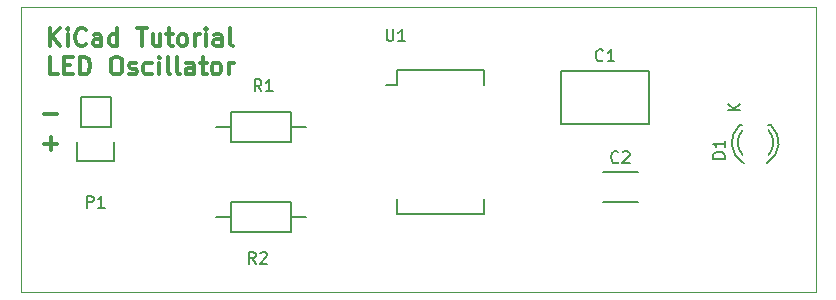
<source format=gbr>
G04 #@! TF.FileFunction,Legend,Top*
%FSLAX46Y46*%
G04 Gerber Fmt 4.6, Leading zero omitted, Abs format (unit mm)*
G04 Created by KiCad (PCBNEW 0.201509111501+6183~30~ubuntu14.04.1-product) date Wed 16 Sep 2015 08:53:59 PM CDT*
%MOMM*%
G01*
G04 APERTURE LIST*
%ADD10C,0.100000*%
%ADD11C,0.300000*%
%ADD12C,0.150000*%
G04 APERTURE END LIST*
D10*
D11*
X95948572Y-105517143D02*
X97091429Y-105517143D01*
X96520000Y-106088571D02*
X96520000Y-104945714D01*
X95948572Y-102977143D02*
X97091429Y-102977143D01*
X96461429Y-97268571D02*
X96461429Y-95768571D01*
X97318572Y-97268571D02*
X96675715Y-96411429D01*
X97318572Y-95768571D02*
X96461429Y-96625714D01*
X97961429Y-97268571D02*
X97961429Y-96268571D01*
X97961429Y-95768571D02*
X97890000Y-95840000D01*
X97961429Y-95911429D01*
X98032857Y-95840000D01*
X97961429Y-95768571D01*
X97961429Y-95911429D01*
X99532858Y-97125714D02*
X99461429Y-97197143D01*
X99247143Y-97268571D01*
X99104286Y-97268571D01*
X98890001Y-97197143D01*
X98747143Y-97054286D01*
X98675715Y-96911429D01*
X98604286Y-96625714D01*
X98604286Y-96411429D01*
X98675715Y-96125714D01*
X98747143Y-95982857D01*
X98890001Y-95840000D01*
X99104286Y-95768571D01*
X99247143Y-95768571D01*
X99461429Y-95840000D01*
X99532858Y-95911429D01*
X100818572Y-97268571D02*
X100818572Y-96482857D01*
X100747143Y-96340000D01*
X100604286Y-96268571D01*
X100318572Y-96268571D01*
X100175715Y-96340000D01*
X100818572Y-97197143D02*
X100675715Y-97268571D01*
X100318572Y-97268571D01*
X100175715Y-97197143D01*
X100104286Y-97054286D01*
X100104286Y-96911429D01*
X100175715Y-96768571D01*
X100318572Y-96697143D01*
X100675715Y-96697143D01*
X100818572Y-96625714D01*
X102175715Y-97268571D02*
X102175715Y-95768571D01*
X102175715Y-97197143D02*
X102032858Y-97268571D01*
X101747144Y-97268571D01*
X101604286Y-97197143D01*
X101532858Y-97125714D01*
X101461429Y-96982857D01*
X101461429Y-96554286D01*
X101532858Y-96411429D01*
X101604286Y-96340000D01*
X101747144Y-96268571D01*
X102032858Y-96268571D01*
X102175715Y-96340000D01*
X103818572Y-95768571D02*
X104675715Y-95768571D01*
X104247144Y-97268571D02*
X104247144Y-95768571D01*
X105818572Y-96268571D02*
X105818572Y-97268571D01*
X105175715Y-96268571D02*
X105175715Y-97054286D01*
X105247143Y-97197143D01*
X105390001Y-97268571D01*
X105604286Y-97268571D01*
X105747143Y-97197143D01*
X105818572Y-97125714D01*
X106318572Y-96268571D02*
X106890001Y-96268571D01*
X106532858Y-95768571D02*
X106532858Y-97054286D01*
X106604286Y-97197143D01*
X106747144Y-97268571D01*
X106890001Y-97268571D01*
X107604287Y-97268571D02*
X107461429Y-97197143D01*
X107390001Y-97125714D01*
X107318572Y-96982857D01*
X107318572Y-96554286D01*
X107390001Y-96411429D01*
X107461429Y-96340000D01*
X107604287Y-96268571D01*
X107818572Y-96268571D01*
X107961429Y-96340000D01*
X108032858Y-96411429D01*
X108104287Y-96554286D01*
X108104287Y-96982857D01*
X108032858Y-97125714D01*
X107961429Y-97197143D01*
X107818572Y-97268571D01*
X107604287Y-97268571D01*
X108747144Y-97268571D02*
X108747144Y-96268571D01*
X108747144Y-96554286D02*
X108818572Y-96411429D01*
X108890001Y-96340000D01*
X109032858Y-96268571D01*
X109175715Y-96268571D01*
X109675715Y-97268571D02*
X109675715Y-96268571D01*
X109675715Y-95768571D02*
X109604286Y-95840000D01*
X109675715Y-95911429D01*
X109747143Y-95840000D01*
X109675715Y-95768571D01*
X109675715Y-95911429D01*
X111032858Y-97268571D02*
X111032858Y-96482857D01*
X110961429Y-96340000D01*
X110818572Y-96268571D01*
X110532858Y-96268571D01*
X110390001Y-96340000D01*
X111032858Y-97197143D02*
X110890001Y-97268571D01*
X110532858Y-97268571D01*
X110390001Y-97197143D01*
X110318572Y-97054286D01*
X110318572Y-96911429D01*
X110390001Y-96768571D01*
X110532858Y-96697143D01*
X110890001Y-96697143D01*
X111032858Y-96625714D01*
X111961430Y-97268571D02*
X111818572Y-97197143D01*
X111747144Y-97054286D01*
X111747144Y-95768571D01*
X97175715Y-99668571D02*
X96461429Y-99668571D01*
X96461429Y-98168571D01*
X97675715Y-98882857D02*
X98175715Y-98882857D01*
X98390001Y-99668571D02*
X97675715Y-99668571D01*
X97675715Y-98168571D01*
X98390001Y-98168571D01*
X99032858Y-99668571D02*
X99032858Y-98168571D01*
X99390001Y-98168571D01*
X99604286Y-98240000D01*
X99747144Y-98382857D01*
X99818572Y-98525714D01*
X99890001Y-98811429D01*
X99890001Y-99025714D01*
X99818572Y-99311429D01*
X99747144Y-99454286D01*
X99604286Y-99597143D01*
X99390001Y-99668571D01*
X99032858Y-99668571D01*
X101961429Y-98168571D02*
X102247143Y-98168571D01*
X102390001Y-98240000D01*
X102532858Y-98382857D01*
X102604286Y-98668571D01*
X102604286Y-99168571D01*
X102532858Y-99454286D01*
X102390001Y-99597143D01*
X102247143Y-99668571D01*
X101961429Y-99668571D01*
X101818572Y-99597143D01*
X101675715Y-99454286D01*
X101604286Y-99168571D01*
X101604286Y-98668571D01*
X101675715Y-98382857D01*
X101818572Y-98240000D01*
X101961429Y-98168571D01*
X103175715Y-99597143D02*
X103318572Y-99668571D01*
X103604287Y-99668571D01*
X103747144Y-99597143D01*
X103818572Y-99454286D01*
X103818572Y-99382857D01*
X103747144Y-99240000D01*
X103604287Y-99168571D01*
X103390001Y-99168571D01*
X103247144Y-99097143D01*
X103175715Y-98954286D01*
X103175715Y-98882857D01*
X103247144Y-98740000D01*
X103390001Y-98668571D01*
X103604287Y-98668571D01*
X103747144Y-98740000D01*
X105104287Y-99597143D02*
X104961430Y-99668571D01*
X104675716Y-99668571D01*
X104532858Y-99597143D01*
X104461430Y-99525714D01*
X104390001Y-99382857D01*
X104390001Y-98954286D01*
X104461430Y-98811429D01*
X104532858Y-98740000D01*
X104675716Y-98668571D01*
X104961430Y-98668571D01*
X105104287Y-98740000D01*
X105747144Y-99668571D02*
X105747144Y-98668571D01*
X105747144Y-98168571D02*
X105675715Y-98240000D01*
X105747144Y-98311429D01*
X105818572Y-98240000D01*
X105747144Y-98168571D01*
X105747144Y-98311429D01*
X106675716Y-99668571D02*
X106532858Y-99597143D01*
X106461430Y-99454286D01*
X106461430Y-98168571D01*
X107461430Y-99668571D02*
X107318572Y-99597143D01*
X107247144Y-99454286D01*
X107247144Y-98168571D01*
X108675715Y-99668571D02*
X108675715Y-98882857D01*
X108604286Y-98740000D01*
X108461429Y-98668571D01*
X108175715Y-98668571D01*
X108032858Y-98740000D01*
X108675715Y-99597143D02*
X108532858Y-99668571D01*
X108175715Y-99668571D01*
X108032858Y-99597143D01*
X107961429Y-99454286D01*
X107961429Y-99311429D01*
X108032858Y-99168571D01*
X108175715Y-99097143D01*
X108532858Y-99097143D01*
X108675715Y-99025714D01*
X109175715Y-98668571D02*
X109747144Y-98668571D01*
X109390001Y-98168571D02*
X109390001Y-99454286D01*
X109461429Y-99597143D01*
X109604287Y-99668571D01*
X109747144Y-99668571D01*
X110461430Y-99668571D02*
X110318572Y-99597143D01*
X110247144Y-99525714D01*
X110175715Y-99382857D01*
X110175715Y-98954286D01*
X110247144Y-98811429D01*
X110318572Y-98740000D01*
X110461430Y-98668571D01*
X110675715Y-98668571D01*
X110818572Y-98740000D01*
X110890001Y-98811429D01*
X110961430Y-98954286D01*
X110961430Y-99382857D01*
X110890001Y-99525714D01*
X110818572Y-99597143D01*
X110675715Y-99668571D01*
X110461430Y-99668571D01*
X111604287Y-99668571D02*
X111604287Y-98668571D01*
X111604287Y-98954286D02*
X111675715Y-98811429D01*
X111747144Y-98740000D01*
X111890001Y-98668571D01*
X112032858Y-98668571D01*
D10*
X161290000Y-93980000D02*
X93980000Y-93980000D01*
X161290000Y-118110000D02*
X161290000Y-93980000D01*
X93980000Y-118110000D02*
X161290000Y-118110000D01*
X93980000Y-93980000D02*
X93980000Y-118110000D01*
D12*
X139720000Y-99350000D02*
X147220000Y-99350000D01*
X147220000Y-99350000D02*
X147220000Y-103850000D01*
X147220000Y-103850000D02*
X139720000Y-103850000D01*
X139720000Y-103850000D02*
X139720000Y-99350000D01*
X143260000Y-107970000D02*
X146260000Y-107970000D01*
X146260000Y-110470000D02*
X143260000Y-110470000D01*
X154896000Y-103941000D02*
X155096000Y-103941000D01*
X157490000Y-103941000D02*
X157310000Y-103941000D01*
X157179643Y-107168744D02*
G75*
G03X157496000Y-103941000I-1003643J1727744D01*
G01*
X157309068Y-106493006D02*
G75*
G03X157310000Y-104390000I-1133068J1052006D01*
G01*
X154869274Y-103953780D02*
G75*
G03X155216000Y-107191000I1306726J-1497220D01*
G01*
X155096747Y-104427111D02*
G75*
G03X155116000Y-106475000I1079253J-1013889D01*
G01*
X99060000Y-104140000D02*
X99060000Y-101600000D01*
X98780000Y-106960000D02*
X98780000Y-105410000D01*
X99060000Y-104140000D02*
X101600000Y-104140000D01*
X101880000Y-105410000D02*
X101880000Y-106960000D01*
X101880000Y-106960000D02*
X98780000Y-106960000D01*
X101600000Y-104140000D02*
X101600000Y-101600000D01*
X101600000Y-101600000D02*
X99060000Y-101600000D01*
X111760000Y-102870000D02*
X116840000Y-102870000D01*
X116840000Y-102870000D02*
X116840000Y-105410000D01*
X116840000Y-105410000D02*
X111760000Y-105410000D01*
X111760000Y-105410000D02*
X111760000Y-102870000D01*
X111760000Y-104140000D02*
X110490000Y-104140000D01*
X116840000Y-104140000D02*
X118110000Y-104140000D01*
X116840000Y-113030000D02*
X111760000Y-113030000D01*
X111760000Y-113030000D02*
X111760000Y-110490000D01*
X111760000Y-110490000D02*
X116840000Y-110490000D01*
X116840000Y-110490000D02*
X116840000Y-113030000D01*
X116840000Y-111760000D02*
X118110000Y-111760000D01*
X111760000Y-111760000D02*
X110490000Y-111760000D01*
X125865000Y-99305000D02*
X125865000Y-100575000D01*
X133215000Y-99305000D02*
X133215000Y-100575000D01*
X133215000Y-111515000D02*
X133215000Y-110245000D01*
X125865000Y-111515000D02*
X125865000Y-110245000D01*
X125865000Y-99305000D02*
X133215000Y-99305000D01*
X125865000Y-111515000D02*
X133215000Y-111515000D01*
X125865000Y-100575000D02*
X124930000Y-100575000D01*
X143303334Y-98457143D02*
X143255715Y-98504762D01*
X143112858Y-98552381D01*
X143017620Y-98552381D01*
X142874762Y-98504762D01*
X142779524Y-98409524D01*
X142731905Y-98314286D01*
X142684286Y-98123810D01*
X142684286Y-97980952D01*
X142731905Y-97790476D01*
X142779524Y-97695238D01*
X142874762Y-97600000D01*
X143017620Y-97552381D01*
X143112858Y-97552381D01*
X143255715Y-97600000D01*
X143303334Y-97647619D01*
X144255715Y-98552381D02*
X143684286Y-98552381D01*
X143970000Y-98552381D02*
X143970000Y-97552381D01*
X143874762Y-97695238D01*
X143779524Y-97790476D01*
X143684286Y-97838095D01*
X144593334Y-107077143D02*
X144545715Y-107124762D01*
X144402858Y-107172381D01*
X144307620Y-107172381D01*
X144164762Y-107124762D01*
X144069524Y-107029524D01*
X144021905Y-106934286D01*
X143974286Y-106743810D01*
X143974286Y-106600952D01*
X144021905Y-106410476D01*
X144069524Y-106315238D01*
X144164762Y-106220000D01*
X144307620Y-106172381D01*
X144402858Y-106172381D01*
X144545715Y-106220000D01*
X144593334Y-106267619D01*
X144974286Y-106267619D02*
X145021905Y-106220000D01*
X145117143Y-106172381D01*
X145355239Y-106172381D01*
X145450477Y-106220000D01*
X145498096Y-106267619D01*
X145545715Y-106362857D01*
X145545715Y-106458095D01*
X145498096Y-106600952D01*
X144926667Y-107172381D01*
X145545715Y-107172381D01*
X153602381Y-106788095D02*
X152602381Y-106788095D01*
X152602381Y-106550000D01*
X152650000Y-106407142D01*
X152745238Y-106311904D01*
X152840476Y-106264285D01*
X153030952Y-106216666D01*
X153173810Y-106216666D01*
X153364286Y-106264285D01*
X153459524Y-106311904D01*
X153554762Y-106407142D01*
X153602381Y-106550000D01*
X153602381Y-106788095D01*
X153602381Y-105264285D02*
X153602381Y-105835714D01*
X153602381Y-105550000D02*
X152602381Y-105550000D01*
X152745238Y-105645238D01*
X152840476Y-105740476D01*
X152888095Y-105835714D01*
X154922381Y-102711905D02*
X153922381Y-102711905D01*
X154922381Y-102140476D02*
X154350952Y-102569048D01*
X153922381Y-102140476D02*
X154493810Y-102711905D01*
X99591905Y-110962381D02*
X99591905Y-109962381D01*
X99972858Y-109962381D01*
X100068096Y-110010000D01*
X100115715Y-110057619D01*
X100163334Y-110152857D01*
X100163334Y-110295714D01*
X100115715Y-110390952D01*
X100068096Y-110438571D01*
X99972858Y-110486190D01*
X99591905Y-110486190D01*
X101115715Y-110962381D02*
X100544286Y-110962381D01*
X100830000Y-110962381D02*
X100830000Y-109962381D01*
X100734762Y-110105238D01*
X100639524Y-110200476D01*
X100544286Y-110248095D01*
X114382254Y-101092261D02*
X114048920Y-100616070D01*
X113810825Y-101092261D02*
X113810825Y-100092261D01*
X114191778Y-100092261D01*
X114287016Y-100139880D01*
X114334635Y-100187499D01*
X114382254Y-100282737D01*
X114382254Y-100425594D01*
X114334635Y-100520832D01*
X114287016Y-100568451D01*
X114191778Y-100616070D01*
X113810825Y-100616070D01*
X115334635Y-101092261D02*
X114763206Y-101092261D01*
X115048920Y-101092261D02*
X115048920Y-100092261D01*
X114953682Y-100235118D01*
X114858444Y-100330356D01*
X114763206Y-100377975D01*
X113884414Y-115712501D02*
X113551080Y-115236310D01*
X113312985Y-115712501D02*
X113312985Y-114712501D01*
X113693938Y-114712501D01*
X113789176Y-114760120D01*
X113836795Y-114807739D01*
X113884414Y-114902977D01*
X113884414Y-115045834D01*
X113836795Y-115141072D01*
X113789176Y-115188691D01*
X113693938Y-115236310D01*
X113312985Y-115236310D01*
X114265366Y-114807739D02*
X114312985Y-114760120D01*
X114408223Y-114712501D01*
X114646319Y-114712501D01*
X114741557Y-114760120D01*
X114789176Y-114807739D01*
X114836795Y-114902977D01*
X114836795Y-114998215D01*
X114789176Y-115141072D01*
X114217747Y-115712501D01*
X114836795Y-115712501D01*
X124968095Y-95832381D02*
X124968095Y-96641905D01*
X125015714Y-96737143D01*
X125063333Y-96784762D01*
X125158571Y-96832381D01*
X125349048Y-96832381D01*
X125444286Y-96784762D01*
X125491905Y-96737143D01*
X125539524Y-96641905D01*
X125539524Y-95832381D01*
X126539524Y-96832381D02*
X125968095Y-96832381D01*
X126253809Y-96832381D02*
X126253809Y-95832381D01*
X126158571Y-95975238D01*
X126063333Y-96070476D01*
X125968095Y-96118095D01*
M02*

</source>
